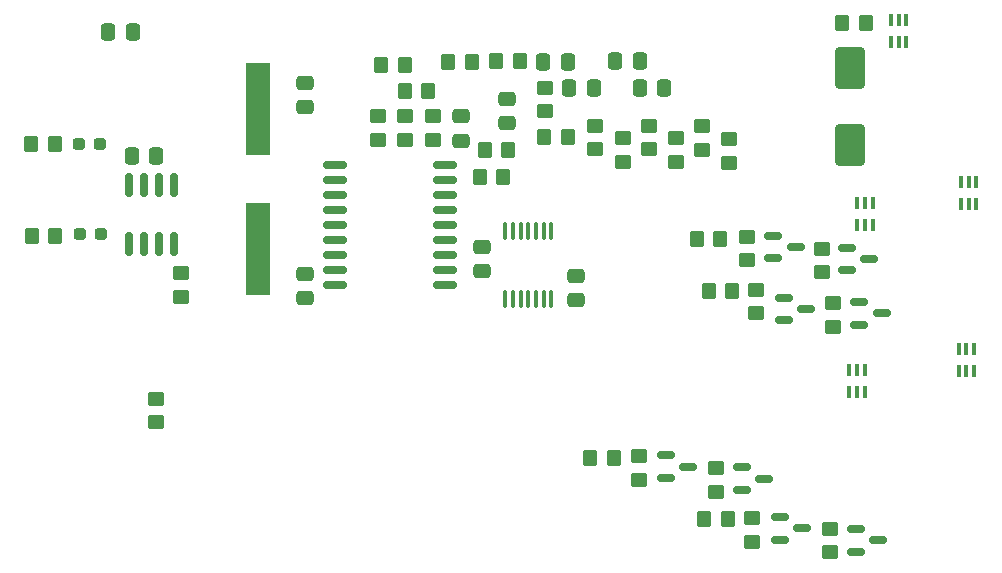
<source format=gtp>
G04 #@! TF.GenerationSoftware,KiCad,Pcbnew,(6.0.1)*
G04 #@! TF.CreationDate,2022-05-31T14:36:13+02:00*
G04 #@! TF.ProjectId,Drawer_Controller,44726177-6572-45f4-936f-6e74726f6c6c,rev?*
G04 #@! TF.SameCoordinates,Original*
G04 #@! TF.FileFunction,Paste,Top*
G04 #@! TF.FilePolarity,Positive*
%FSLAX46Y46*%
G04 Gerber Fmt 4.6, Leading zero omitted, Abs format (unit mm)*
G04 Created by KiCad (PCBNEW (6.0.1)) date 2022-05-31 14:36:13*
%MOMM*%
%LPD*%
G01*
G04 APERTURE LIST*
G04 Aperture macros list*
%AMRoundRect*
0 Rectangle with rounded corners*
0 $1 Rounding radius*
0 $2 $3 $4 $5 $6 $7 $8 $9 X,Y pos of 4 corners*
0 Add a 4 corners polygon primitive as box body*
4,1,4,$2,$3,$4,$5,$6,$7,$8,$9,$2,$3,0*
0 Add four circle primitives for the rounded corners*
1,1,$1+$1,$2,$3*
1,1,$1+$1,$4,$5*
1,1,$1+$1,$6,$7*
1,1,$1+$1,$8,$9*
0 Add four rect primitives between the rounded corners*
20,1,$1+$1,$2,$3,$4,$5,0*
20,1,$1+$1,$4,$5,$6,$7,0*
20,1,$1+$1,$6,$7,$8,$9,0*
20,1,$1+$1,$8,$9,$2,$3,0*%
G04 Aperture macros list end*
%ADD10RoundRect,0.039000X0.156000X-0.491000X0.156000X0.491000X-0.156000X0.491000X-0.156000X-0.491000X0*%
%ADD11RoundRect,0.039000X-0.156000X0.491000X-0.156000X-0.491000X0.156000X-0.491000X0.156000X0.491000X0*%
%ADD12RoundRect,0.250000X0.337500X0.475000X-0.337500X0.475000X-0.337500X-0.475000X0.337500X-0.475000X0*%
%ADD13RoundRect,0.250000X0.450000X-0.350000X0.450000X0.350000X-0.450000X0.350000X-0.450000X-0.350000X0*%
%ADD14RoundRect,0.250000X-0.450000X0.350000X-0.450000X-0.350000X0.450000X-0.350000X0.450000X0.350000X0*%
%ADD15RoundRect,0.150000X-0.587500X-0.150000X0.587500X-0.150000X0.587500X0.150000X-0.587500X0.150000X0*%
%ADD16R,2.000000X7.875000*%
%ADD17RoundRect,0.250000X-0.350000X-0.450000X0.350000X-0.450000X0.350000X0.450000X-0.350000X0.450000X0*%
%ADD18RoundRect,0.250000X0.350000X0.450000X-0.350000X0.450000X-0.350000X-0.450000X0.350000X-0.450000X0*%
%ADD19RoundRect,0.237500X0.287500X0.237500X-0.287500X0.237500X-0.287500X-0.237500X0.287500X-0.237500X0*%
%ADD20RoundRect,0.150000X-0.150000X0.825000X-0.150000X-0.825000X0.150000X-0.825000X0.150000X0.825000X0*%
%ADD21RoundRect,0.250000X0.475000X-0.337500X0.475000X0.337500X-0.475000X0.337500X-0.475000X-0.337500X0*%
%ADD22RoundRect,0.250000X-0.337500X-0.475000X0.337500X-0.475000X0.337500X0.475000X-0.337500X0.475000X0*%
%ADD23RoundRect,0.250000X-0.475000X0.337500X-0.475000X-0.337500X0.475000X-0.337500X0.475000X0.337500X0*%
%ADD24RoundRect,0.150000X-0.875000X-0.150000X0.875000X-0.150000X0.875000X0.150000X-0.875000X0.150000X0*%
%ADD25RoundRect,0.250000X1.000000X-1.500000X1.000000X1.500000X-1.000000X1.500000X-1.000000X-1.500000X0*%
%ADD26RoundRect,0.100000X0.100000X-0.637500X0.100000X0.637500X-0.100000X0.637500X-0.100000X-0.637500X0*%
G04 APERTURE END LIST*
D10*
X189723000Y-131491000D03*
X190373000Y-131491000D03*
X191023000Y-131491000D03*
X191023000Y-129621000D03*
X190373000Y-129621000D03*
X189723000Y-129621000D03*
D11*
X181752000Y-133269000D03*
X181102000Y-133269000D03*
X180452000Y-133269000D03*
X180452000Y-131399000D03*
X181102000Y-131399000D03*
X181752000Y-131399000D03*
X182440000Y-117185000D03*
X181790000Y-117185000D03*
X181140000Y-117185000D03*
X181140000Y-119055000D03*
X181790000Y-119055000D03*
X182440000Y-119055000D03*
D10*
X189926200Y-115447800D03*
X190576200Y-115447800D03*
X191226200Y-115447800D03*
X191226200Y-117317800D03*
X190576200Y-117317800D03*
X189926200Y-117317800D03*
X183982600Y-103601800D03*
X184632600Y-103601800D03*
X185282600Y-103601800D03*
X185282600Y-101731800D03*
X184632600Y-101731800D03*
X183982600Y-101731800D03*
D12*
X121787500Y-113250000D03*
X119712500Y-113250000D03*
D13*
X178152000Y-123105000D03*
X178152000Y-121105000D03*
D14*
X158900000Y-110675000D03*
X158900000Y-112675000D03*
X162687500Y-138661000D03*
X162687500Y-140661000D03*
D12*
X158837500Y-107500000D03*
X156762500Y-107500000D03*
D15*
X171402000Y-139616000D03*
X171402000Y-141516000D03*
X173277000Y-140566000D03*
D16*
X130403600Y-121132600D03*
X130403600Y-109257600D03*
D17*
X140850000Y-105550000D03*
X142850000Y-105550000D03*
X111250000Y-120036000D03*
X113250000Y-120036000D03*
D15*
X174912500Y-125250000D03*
X174912500Y-127150000D03*
X176787500Y-126200000D03*
X181314500Y-125616000D03*
X181314500Y-127516000D03*
X183189500Y-126566000D03*
D18*
X151150000Y-115050000D03*
X149150000Y-115050000D03*
D19*
X116998800Y-112236400D03*
X115248800Y-112236400D03*
D17*
X146500000Y-105250000D03*
X148500000Y-105250000D03*
D12*
X164787500Y-107450000D03*
X162712500Y-107450000D03*
D13*
X123850000Y-125155200D03*
X123850000Y-123155200D03*
D20*
X123317000Y-115736600D03*
X122047000Y-115736600D03*
X120777000Y-115736600D03*
X119507000Y-115736600D03*
X119507000Y-120686600D03*
X120777000Y-120686600D03*
X122047000Y-120686600D03*
X123317000Y-120686600D03*
D18*
X152550000Y-105200000D03*
X150550000Y-105200000D03*
D13*
X178816000Y-146796000D03*
X178816000Y-144796000D03*
D15*
X174576500Y-143830000D03*
X174576500Y-145730000D03*
X176451500Y-144780000D03*
D19*
X117100000Y-119875000D03*
X115350000Y-119875000D03*
D21*
X134416800Y-125268900D03*
X134416800Y-123193900D03*
D14*
X170250000Y-111800000D03*
X170250000Y-113800000D03*
D22*
X117712500Y-102750000D03*
X119787500Y-102750000D03*
D14*
X161300000Y-111750000D03*
X161300000Y-113750000D03*
D13*
X140550000Y-111850000D03*
X140550000Y-109850000D03*
D14*
X172212000Y-143907000D03*
X172212000Y-145907000D03*
D13*
X121750000Y-135800000D03*
X121750000Y-133800000D03*
D23*
X147550000Y-109862500D03*
X147550000Y-111937500D03*
D17*
X158512500Y-138788000D03*
X160512500Y-138788000D03*
D22*
X154562500Y-105250000D03*
X156637500Y-105250000D03*
D23*
X134400000Y-107062500D03*
X134400000Y-109137500D03*
X151500000Y-108412500D03*
X151500000Y-110487500D03*
D13*
X142850000Y-111850000D03*
X142850000Y-109850000D03*
X169164500Y-141693000D03*
X169164500Y-139693000D03*
D17*
X111173800Y-112258600D03*
X113173800Y-112258600D03*
D15*
X181053500Y-144846000D03*
X181053500Y-146746000D03*
X182928500Y-145796000D03*
D23*
X157353000Y-123397100D03*
X157353000Y-125472100D03*
D14*
X168000000Y-110725000D03*
X168000000Y-112725000D03*
X165800000Y-111750000D03*
X165800000Y-113750000D03*
D13*
X145250000Y-111850000D03*
X145250000Y-109850000D03*
D17*
X168552000Y-124661000D03*
X170552000Y-124661000D03*
D18*
X144800000Y-107700000D03*
X142800000Y-107700000D03*
D15*
X164925000Y-138600000D03*
X164925000Y-140500000D03*
X166800000Y-139550000D03*
D18*
X151600000Y-112750000D03*
X149600000Y-112750000D03*
D24*
X136955000Y-114046000D03*
X136955000Y-115316000D03*
X136955000Y-116586000D03*
X136955000Y-117856000D03*
X136955000Y-119126000D03*
X136955000Y-120396000D03*
X136955000Y-121666000D03*
X136955000Y-122936000D03*
X136955000Y-124206000D03*
X146255000Y-124206000D03*
X146255000Y-122936000D03*
X146255000Y-121666000D03*
X146255000Y-120396000D03*
X146255000Y-119126000D03*
X146255000Y-117856000D03*
X146255000Y-116586000D03*
X146255000Y-115316000D03*
X146255000Y-114046000D03*
D14*
X163500000Y-110675000D03*
X163500000Y-112675000D03*
D17*
X168164000Y-144018000D03*
X170164000Y-144018000D03*
D15*
X174039500Y-120012000D03*
X174039500Y-121912000D03*
X175914500Y-120962000D03*
D25*
X180543200Y-112292200D03*
X180543200Y-105792200D03*
D18*
X156650000Y-111600000D03*
X154650000Y-111600000D03*
D21*
X149352000Y-123008300D03*
X149352000Y-120933300D03*
D15*
X182137500Y-121978000D03*
X180262500Y-122928000D03*
X180262500Y-121028000D03*
D26*
X151339000Y-125341300D03*
X151989000Y-125341300D03*
X152639000Y-125341300D03*
X153289000Y-125341300D03*
X153939000Y-125341300D03*
X154589000Y-125341300D03*
X155239000Y-125341300D03*
X155239000Y-119616300D03*
X154589000Y-119616300D03*
X153939000Y-119616300D03*
X153289000Y-119616300D03*
X152639000Y-119616300D03*
X151989000Y-119616300D03*
X151339000Y-119616300D03*
D14*
X154700000Y-107450000D03*
X154700000Y-109450000D03*
D22*
X160662500Y-105200000D03*
X162737500Y-105200000D03*
D17*
X167538000Y-120250000D03*
X169538000Y-120250000D03*
D14*
X172600000Y-124550000D03*
X172600000Y-126550000D03*
D18*
X181848000Y-101955600D03*
X179848000Y-101955600D03*
D13*
X179077000Y-127693000D03*
X179077000Y-125693000D03*
D14*
X171802000Y-120089000D03*
X171802000Y-122089000D03*
M02*

</source>
